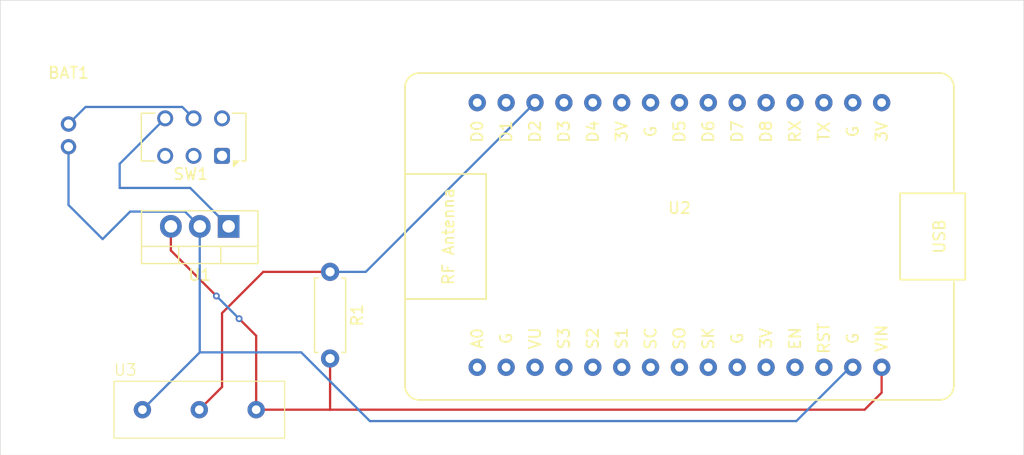
<source format=kicad_pcb>
(kicad_pcb (version 20240108) (generator "pcbnew") (generator_version "8.0")
  (layers (0 "F.Cu" signal) (31 "B.Cu" signal) (34 "B.Paste" user) (35 "F.Paste" user) (36 "B.SilkS" user "B.Silkscreen") (37 "F.SilkS" user "F.Silkscreen") (38 "B.Mask" user) (39 "F.Mask" user) (44 "Edge.Cuts" user))
  (net 0 "")
  (net 1 "GND")
  (net 2 "+9V")
  (net 3 "Net-(U2-D2(GPIO4))")
  (net 8 "Net-(U1-VI)")
  (net 9 "+5V")
  (footprint "Resistor_THT:R_Axial_DIN0207_L6.3mm_D2.5mm_P7.62mm_Horizontal" (layer "F.Cu") (at 105 60.88 -90)
    (property "Reference" "R1" (at 3.81 -2.37 90) (layer "F.SilkS"))
    (property "Value" "4.7ΚΩ")
    (fp_line (start 0.54 1.37) (end 7.08 1.37) (stroke (width 0.12)) (layer "F.SilkS"))
    (fp_line (start 7.08 1.37) (end 7.08 1.04) (stroke (width 0.12)) (layer "F.SilkS"))
    (fp_line (start 0.54 1.04) (end 0.54 1.37) (stroke (width 0.12)) (layer "F.SilkS"))
    (fp_line (start 0.54 -1.04) (end 0.54 -1.37) (stroke (width 0.12)) (layer "F.SilkS"))
    (fp_line (start 0.54 -1.37) (end 7.08 -1.37) (stroke (width 0.12)) (layer "F.SilkS"))
    (fp_line (start 7.08 -1.37) (end 7.08 -1.04) (stroke (width 0.12)) (layer "F.SilkS"))
    (pad "1" thru_hole circle (at 0 0 270) (size 1.6 1.6) (drill 0.8) (layers "*.Cu" "*.Mask") (net 3 "Net-(U2-D2(GPIO4))"))
    (pad "2" thru_hole oval (at 7.62 0 270) (size 1.6 1.6) (drill 0.8) (layers "*.Cu" "*.Mask") (net 9 "+5V"))
  )
  (footprint "! Grobotronics:Waterproof_Temperature_Sensor_-_DS18B20" (layer "F.Cu") (at 93 66.5)
    (property "Reference" "U3" (at -6 3 0) (layer "F.SilkS") (effects (font (thickness 0.1))))
    (property "Value" "Waterproof_Temperature_Sensor_-_DS18B20" (hide yes))
    (fp_rect (start -7 4) (end 8 9) (stroke (width 0.1)) (fill none) (layer "F.SilkS"))
    (pad "1" thru_hole circle (at -4.5 6.5) (size 1.524 1.524) (drill 0.762) (layers "*.Cu" "*.Mask") (net 1 "GND"))
    (pad "2" thru_hole circle (at 0.5 6.5) (size 1.524 1.524) (drill 0.762) (layers "*.Cu" "*.Mask") (net 3 "Net-(U2-D2(GPIO4))"))
    (pad "3" thru_hole circle (at 5.5 6.5) (size 1.524 1.524) (drill 0.762) (layers "*.Cu" "*.Mask") (net 9 "+5V"))
  )
  (footprint "! Grobotronics:Battery_Clip_9V" (layer "F.Cu") (at 82 48.38)
    (property "Reference" "BAT1" (at 0 -5 0) (layer "F.SilkS"))
    (property "Value" "Battery Clip 9V" (hide yes))
    (pad "+" thru_hole oval (at 0 -0.5) (size 1.35 1.35) (drill 0.8) (layers "*.Cu" "*.Mask") (net 2 "+9V"))
    (pad "-" thru_hole oval (at 0 1.5) (size 1.35 1.35) (drill 0.8) (layers "*.Cu" "*.Mask") (net 1 "GND"))
  )
  (footprint "! Grobotronics:NodeMCU - Lua based ESP8266" (layer "F.Cu") (at 135.72 57.77 90)
    (property "Reference" "U2" (at 2.5 0 0) (layer "F.SilkS"))
    (property "Value" "NodeMCU_Lua_based_ESP8266")
    (fp_line (start 13.101974 -24.13) (end -13 -24.13) (stroke (width 0.15)) (layer "F.SilkS"))
    (fp_line (start 5.5 -24.13) (end 5.5 -17) (stroke (width 0.15)) (layer "F.SilkS"))
    (fp_line (start 14.371974 -22.86) (end 14.371974 22.86) (stroke (width 0.15)) (layer "F.SilkS"))
    (fp_line (start -14.371974 -22.86) (end -14.371974 22.86) (stroke (width 0.15)) (layer "F.SilkS"))
    (fp_line (start 5.5 -17) (end -5.5 -17) (stroke (width 0.15)) (layer "F.SilkS"))
    (fp_line (start -5.5 -17) (end -5.5 -24.13) (stroke (width 0.15)) (layer "F.SilkS"))
    (fp_line (start 3.8 19.4) (end 3.8 25.13) (stroke (width 0.15)) (layer "F.SilkS"))
    (fp_line (start -3.8 19.4) (end 3.8 19.4) (stroke (width 0.15)) (layer "F.SilkS"))
    (fp_line (start 13.111974 24.13) (end 4 24.13) (stroke (width 0.15)) (layer "F.SilkS"))
    (fp_line (start -4 24.13) (end -13.101974 24.13) (stroke (width 0.15)) (layer "F.SilkS"))
    (fp_line (start 3.8 25.13) (end -3.8 25.13) (stroke (width 0.15)) (layer "F.SilkS"))
    (fp_line (start -3.8 25.13) (end -3.8 19.4) (stroke (width 0.15)) (layer "F.SilkS"))
    (fp_arc (start 13.101974 -24.13) (mid 14.000016 -23.758035) (end 14.371974 -22.86) (stroke (width 0.15)) (layer "F.SilkS"))
    (fp_arc (start -14.371974 -22.86) (mid -14 -23.758026) (end -13.101974 -24.13) (stroke (width 0.15)) (layer "F.SilkS"))
    (fp_arc (start 14.371974 22.86) (mid 13.999993 23.758018) (end 13.101974 24.13) (stroke (width 0.15)) (layer "F.SilkS"))
    (fp_arc (start -13.101974 24.13) (mid -14 23.758026) (end -14.371974 22.86) (stroke (width 0.15)) (layer "F.SilkS"))
    (fp_text user "RF Antenna" (at 0 -20.32 90) (layer "F.SilkS"))
    (fp_text user "3V" (at 9.23 -5.08 90) (layer "F.SilkS"))
    (fp_text user "G" (at -8.96 15.24 90) (layer "F.SilkS"))
    (fp_text user "G" (at 9.23 -2.54 90) (layer "F.SilkS"))
    (fp_text user "D6" (at 9.23 2.54 90) (layer "F.SilkS"))
    (fp_text user "D8" (at 9.23 7.62 90) (layer "F.SilkS"))
    (fp_text user "D5" (at 9.23 0 90) (layer "F.SilkS"))
    (fp_text user "G" (at -8.96 -15.24 90) (layer "F.SilkS"))
    (fp_text user "SK" (at -8.96 2.54 90) (layer "F.SilkS"))
    (fp_text user "SC" (at -8.96 -2.54 90) (layer "F.SilkS"))
    (fp_text user "VU" (at -8.96 -12.7 90) (layer "F.SilkS"))
    (fp_text user "S1" (at -8.96 -5.08 90) (layer "F.SilkS"))
    (fp_text user "VIN" (at -8.96 17.78 90) (layer "F.SilkS"))
    (fp_text user "A0" (at -8.96 -17.78 90) (layer "F.SilkS"))
    (fp_text user "S2" (at -8.96 -7.62 90) (layer "F.SilkS"))
    (fp_text user "D1" (at 9.23 -15.24 90) (layer "F.SilkS"))
    (fp_text user "USB" (at 0 22.86 90) (layer "F.SilkS"))
    (fp_text user "S3" (at -8.96 -10.16 90) (layer "F.SilkS"))
    (fp_text user "RX" (at 9.23 10.16 90) (layer "F.SilkS"))
    (fp_text user "RST" (at -8.96 12.7 90) (layer "F.SilkS"))
    (fp_text user "TX" (at 9.23 12.7 90) (layer "F.SilkS"))
    (fp_text user "G" (at -8.96 5.08 90) (layer "F.SilkS"))
    (fp_text user "D0" (at 9.23 -17.78 90) (layer "F.SilkS"))
    (fp_text user "EN" (at -8.96 10.16 90) (layer "F.SilkS"))
    (fp_text user "G" (at 9.23 15.24 90) (layer "F.SilkS"))
    (fp_text user "D7" (at 9.23 5.08 90) (layer "F.SilkS"))
    (fp_text user "D2" (at 9.23 -12.7 90) (layer "F.SilkS"))
    (fp_text user "3V" (at -8.96 7.62 90) (layer "F.SilkS"))
    (fp_text user "D3" (at 9.23 -10.16 90) (layer "F.SilkS"))
    (fp_text user "3V" (at 9.23 17.78 90) (layer "F.SilkS"))
    (fp_text user "D4" (at 9.23 -7.62 90) (layer "F.SilkS"))
    (fp_text user "SO" (at -8.96 0 90) (layer "F.SilkS"))
    (pad "1" thru_hole circle (at -11.5 -17.78 90) (size 1.524 1.524) (drill 0.762) (layers "*.Cu" "*.Mask"))
    (pad "2" thru_hole circle (at -11.5 -15.24 90) (size 1.524 1.524) (drill 0.762) (layers "*.Cu" "*.Mask"))
    (pad "3" thru_hole circle (at -11.5 -12.7 90) (size 1.524 1.524) (drill 0.762) (layers "*.Cu" "*.Mask"))
    (pad "4" thru_hole circle (at -11.5 -10.16 90) (size 1.524 1.524) (drill 0.762) (layers "*.Cu" "*.Mask"))
    (pad "5" thru_hole circle (at -11.5 -7.62 90) (size 1.524 1.524) (drill 0.762) (layers "*.Cu" "*.Mask"))
    (pad "6" thru_hole circle (at -11.5 -5.08 90) (size 1.524 1.524) (drill 0.762) (layers "*.Cu" "*.Mask"))
    (pad "7" thru_hole circle (at -11.5 -2.54 90) (size 1.524 1.524) (drill 0.762) (layers "*.Cu" "*.Mask"))
    (pad "8" thru_hole circle (at -11.5 0 90) (size 1.524 1.524) (drill 0.762) (layers "*.Cu" "*.Mask"))
    (pad "9" thru_hole circle (at -11.5 2.54 90) (size 1.524 1.524) (drill 0.762) (layers "*.Cu" "*.Mask"))
    (pad "10" thru_hole circle (at -11.5 5.08 90) (size 1.524 1.524) (drill 0.762) (layers "*.Cu" "*.Mask"))
    (pad "11" thru_hole circle (at -11.5 7.62 90) (size 1.524 1.524) (drill 0.762) (layers "*.Cu" "*.Mask"))
    (pad "12" thru_hole circle (at -11.5 10.16 90) (size 1.524 1.524) (drill 0.762) (layers "*.Cu" "*.Mask"))
    (pad "13" thru_hole circle (at -11.5 12.7 90) (size 1.524 1.524) (drill 0.762) (layers "*.Cu" "*.Mask"))
    (pad "14" thru_hole circle (at -11.5 15.24 90) (size 1.524 1.524) (drill 0.762) (layers "*.Cu" "*.Mask") (net 1 "GND"))
    (pad "15" thru_hole circle (at -11.5 17.78 90) (size 1.524 1.524) (drill 0.762) (layers "*.Cu" "*.Mask") (net 9 "+5V"))
    (pad "16" thru_hole circle (at 11.77 17.78 90) (size 1.524 1.524) (drill 0.762) (layers "*.Cu" "*.Mask"))
    (pad "17" thru_hole circle (at 11.77 15.24 90) (size 1.524 1.524) (drill 0.762) (layers "*.Cu" "*.Mask"))
    (pad "18" thru_hole circle (at 11.77 12.7 90) (size 1.524 1.524) (drill 0.762) (layers "*.Cu" "*.Mask"))
    (pad "19" thru_hole circle (at 11.77 10.16 90) (size 1.524 1.524) (drill 0.762) (layers "*.Cu" "*.Mask"))
    (pad "20" thru_hole circle (at 11.77 7.62 90) (size 1.524 1.524) (drill 0.762) (layers "*.Cu" "*.Mask"))
    (pad "21" thru_hole circle (at 11.77 5.08 90) (size 1.524 1.524) (drill 0.762) (layers "*.Cu" "*.Mask"))
    (pad "22" thru_hole circle (at 11.77 2.54 90) (size 1.524 1.524) (drill 0.762) (layers "*.Cu" "*.Mask"))
    (pad "23" thru_hole circle (at 11.77 0 90) (size 1.524 1.524) (drill 0.762) (layers "*.Cu" "*.Mask"))
    (pad "24" thru_hole circle (at 11.77 -2.54 90) (size 1.524 1.524) (drill 0.762) (layers "*.Cu" "*.Mask"))
    (pad "25" thru_hole circle (at 11.77 -5.08 90) (size 1.524 1.524) (drill 0.762) (layers "*.Cu" "*.Mask"))
    (pad "26" thru_hole circle (at 11.77 -7.62 90) (size 1.524 1.524) (drill 0.762) (layers "*.Cu" "*.Mask"))
    (pad "27" thru_hole circle (at 11.77 -10.16 90) (size 1.524 1.524) (drill 0.762) (layers "*.Cu" "*.Mask"))
    (pad "28" thru_hole circle (at 11.77 -12.7 90) (size 1.524 1.524) (drill 0.762) (layers "*.Cu" "*.Mask") (net 3 "Net-(U2-D2(GPIO4))"))
    (pad "29" thru_hole circle (at 11.77 -15.24 90) (size 1.524 1.524) (drill 0.762) (layers "*.Cu" "*.Mask"))
    (pad "30" thru_hole circle (at 11.77 -17.78 90) (size 1.524 1.524) (drill 0.762) (layers "*.Cu" "*.Mask"))
  )
  (footprint "Package_TO_SOT_THT:TO-220-3_Vertical" (layer "F.Cu") (at 96.08 56.88 180)
    (property "Reference" "U1" (at 2.54 -4.27 0) (layer "F.SilkS"))
    (property "Value" "DC-DC_Converter_Step-Down_5V_1A" (hide yes))
    (fp_line (start 7.66 -3.27) (end 7.66 1.371) (stroke (width 0.12)) (layer "F.SilkS"))
    (fp_line (start 4.391 -3.27) (end 4.391 -1.76) (stroke (width 0.12)) (layer "F.SilkS"))
    (fp_line (start 0.69 -3.27) (end 0.69 -1.76) (stroke (width 0.12)) (layer "F.SilkS"))
    (fp_line (start -2.58 1.371) (end 7.66 1.371) (stroke (width 0.12)) (layer "F.SilkS"))
    (fp_line (start -2.58 -1.76) (end 7.66 -1.76) (stroke (width 0.12)) (layer "F.SilkS"))
    (fp_line (start -2.58 -3.27) (end 7.66 -3.27) (stroke (width 0.12)) (layer "F.SilkS"))
    (fp_line (start -2.58 -3.27) (end -2.58 1.371) (stroke (width 0.12)) (layer "F.SilkS"))
    (pad "1" thru_hole rect (at 0 0 180) (size 1.905 2) (drill 1.1) (layers "*.Cu" "*.Mask") (net 8 "Net-(U1-VI)"))
    (pad "2" thru_hole oval (at 2.54 0 180) (size 1.905 2) (drill 1.1) (layers "*.Cu" "*.Mask") (net 1 "GND"))
    (pad "3" thru_hole oval (at 5.08 0 180) (size 1.905 2) (drill 1.1) (layers "*.Cu" "*.Mask") (net 9 "+5V"))
  )
  (footprint "Button_Switch_THT:SW_CK_JS202011CQN_DPDT_Straight" (layer "F.Cu") (at 95.5 50.68 180)
    (property "Reference" "SW1" (at 2.75 -1.6 0) (layer "F.SilkS"))
    (property "Value" "Slide_Switch_DPDT_ON-ON_0.3A/6VDC" (hide yes))
    (fp_line (start 7.1 3.75) (end 5.9 3.75) (stroke (width 0.12)) (layer "F.SilkS"))
    (fp_line (start 7.1 -0.45) (end 7.1 3.75) (stroke (width 0.12)) (layer "F.SilkS"))
    (fp_line (start 5.9 -0.45) (end 7.1 -0.45) (stroke (width 0.12)) (layer "F.SilkS"))
    (fp_line (start -1.75 -0.45) (end -2.1 -0.45) (stroke (width 0.12)) (layer "F.SilkS"))
    (fp_line (start -2.1 3.75) (end -0.9 3.75) (stroke (width 0.12)) (layer "F.SilkS"))
    (fp_line (start -2.1 -0.45) (end -2.1 3.75) (stroke (width 0.12)) (layer "F.SilkS"))
    (fp_poly (pts (xy -1 -0.45) (xy -1.48 -0.45) (xy -1 -0.93) (xy -1 -0.45)) (stroke (width 0.12)) (fill solid) (layer "F.SilkS"))
    (pad "1" thru_hole roundrect (at 0 0 180) (size 1.4 1.4) (drill 0.9) (layers "*.Cu" "*.Mask") (roundrect_rratio 0.1785714286))
    (pad "2" thru_hole circle (at 2.5 0 180) (size 1.4 1.4) (drill 0.9) (layers "*.Cu" "*.Mask"))
    (pad "3" thru_hole circle (at 5 0 180) (size 1.4 1.4) (drill 0.9) (layers "*.Cu" "*.Mask"))
    (pad "4" thru_hole circle (at 5 3.3 180) (size 1.4 1.4) (drill 0.9) (layers "*.Cu" "*.Mask") (net 8 "Net-(U1-VI)"))
    (pad "5" thru_hole circle (at 2.5 3.3 180) (size 1.4 1.4) (drill 0.9) (layers "*.Cu" "*.Mask") (net 2 "+9V"))
    (pad "6" thru_hole circle (at 0 3.3 180) (size 1.4 1.4) (drill 0.9) (layers "*.Cu" "*.Mask"))
  )
  (gr_rect (start 76 37) (end 166 77) (stroke (width 0.05)) (fill none) (layer "Edge.Cuts"))
  (segment (start 150.73 69.27) (end 150.96 69.27) (width 0.2) (layer "B.Cu") (net 1))
  (segment (start 82 49.88) (end 82 55) (width 0.2) (layer "B.Cu") (net 1))
  (segment (start 93.54 67.96) (end 88.5 73) (width 0.2) (layer "B.Cu") (net 1))
  (segment (start 108.5 74) (end 146 74) (width 0.2) (layer "B.Cu") (net 1))
  (segment (start 102.46 67.96) (end 108.5 74) (width 0.2) (layer "B.Cu") (net 1))
  (segment (start 85 58) (end 87.42 55.58) (width 0.2) (layer "B.Cu") (net 1))
  (segment (start 82 55) (end 85 58) (width 0.2) (layer "B.Cu") (net 1))
  (segment (start 93.54 67.96) (end 102.46 67.96) (width 0.2) (layer "B.Cu") (net 1))
  (segment (start 93.54 56.88) (end 93.54 67.96) (width 0.2) (layer "B.Cu") (net 1))
  (segment (start 92.24 55.58) (end 93.54 56.88) (width 0.2) (layer "B.Cu") (net 1))
  (segment (start 146 74) (end 150.73 69.27) (width 0.2) (layer "B.Cu") (net 1))
  (segment (start 87.42 55.58) (end 92.24 55.58) (width 0.2) (layer "B.Cu") (net 1))
  (segment (start 82 47.88) (end 83.5 46.38) (width 0.2) (layer "B.Cu") (net 2))
  (segment (start 92 46.38) (end 93 47.38) (width 0.2) (layer "B.Cu") (net 2))
  (segment (start 83.5 46.38) (end 92 46.38) (width 0.2) (layer "B.Cu") (net 2))
  (segment (start 99.125 60.88) (end 105 60.88) (width 0.2) (layer "F.Cu") (net 3))
  (segment (start 95.5 71) (end 95.5 64.505) (width 0.2) (layer "F.Cu") (net 3))
  (segment (start 95.5 64.505) (end 99.125 60.88) (width 0.2) (layer "F.Cu") (net 3))
  (segment (start 93.5 73) (end 95.5 71) (width 0.2) (layer "F.Cu") (net 3))
  (segment (start 105 60.88) (end 108.14 60.88) (width 0.2) (layer "B.Cu") (net 3))
  (segment (start 108.14 60.88) (end 123.02 46) (width 0.2) (layer "B.Cu") (net 3))
  (segment (start 86.5 53.5) (end 86.5 51.38) (width 0.2) (layer "B.Cu") (net 8))
  (segment (start 86.5 51.38) (end 90.5 47.38) (width 0.2) (layer "B.Cu") (net 8))
  (segment (start 96.08 56.88) (end 92.7 53.5) (width 0.2) (layer "B.Cu") (net 8))
  (segment (start 92.7 53.5) (end 86.5 53.5) (width 0.2) (layer "B.Cu") (net 8))
  (segment (start 152 73) (end 105 73) (width 0.2) (layer "F.Cu") (net 9))
  (segment (start 95 63) (end 91 59) (width 0.2) (layer "F.Cu") (net 9))
  (segment (start 91 59) (end 91 56.88) (width 0.2) (layer "F.Cu") (net 9))
  (segment (start 153.5 71.5) (end 153.5 69.27) (width 0.2) (layer "F.Cu") (net 9))
  (segment (start 152 73) (end 153.5 71.5) (width 0.2) (layer "F.Cu") (net 9))
  (segment (start 98.5 66.5) (end 97 65) (width 0.2) (layer "F.Cu") (net 9))
  (segment (start 98.5 73) (end 98.5 66.5) (width 0.2) (layer "F.Cu") (net 9))
  (segment (start 105 68.5) (end 105 73) (width 0.2) (layer "F.Cu") (net 9))
  (segment (start 105 73) (end 98.5 73) (width 0.2) (layer "F.Cu") (net 9))
  (via (at 97 65) (size 0.6) (drill 0.3) (layers "F.Cu" "B.Cu") (net 9))
  (via (at 95 63) (size 0.6) (drill 0.3) (layers "F.Cu" "B.Cu") (net 9))
  (segment (start 105 68.5) (end 104.5 68.5) (width 0.2) (layer "B.Cu") (net 9))
  (segment (start 104.5 68.5) (end 104.38 68.38) (width 0.2) (layer "B.Cu") (net 9))
  (segment (start 97 65) (end 95 63) (width 0.2) (layer "B.Cu") (net 9))
)
</source>
